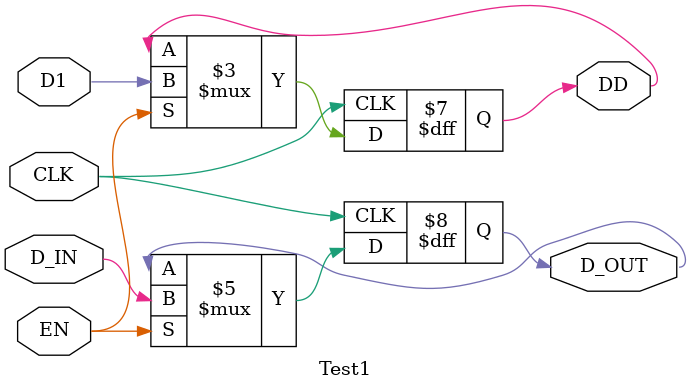
<source format=v>
`timescale 1ns / 1ps
module Test1(input CLK, input EN, input D_IN, input D1, output reg D_OUT, output reg DD);

    always@(posedge CLK) begin
        if(EN)
            D_OUT <= D_IN;
    end
    always@(posedge CLK) begin
        if(EN)
            DD <= D1;
    end
endmodule

</source>
